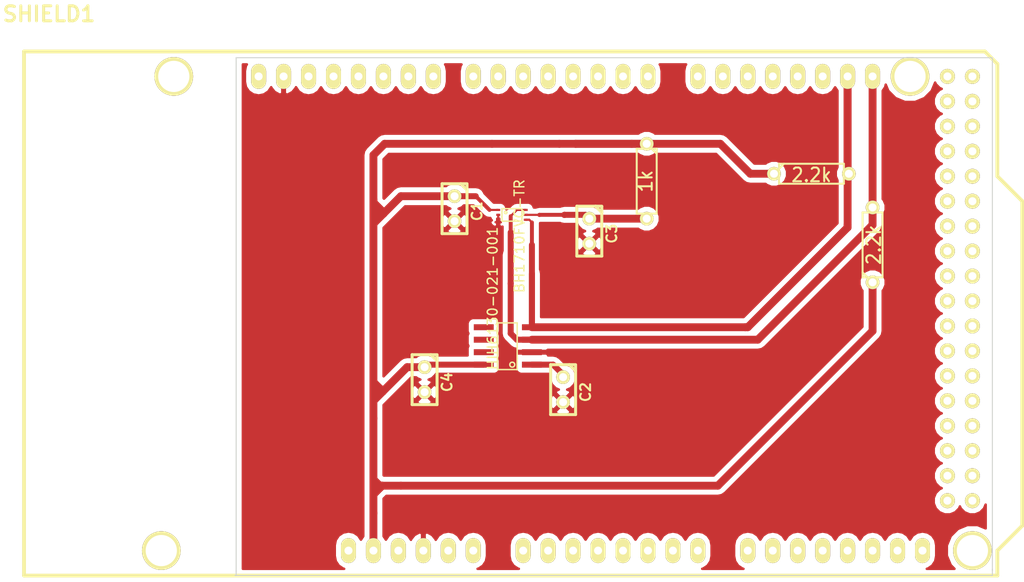
<source format=kicad_pcb>
(kicad_pcb (version 3) (host pcbnew "(2013-07-07 BZR 4022)-stable")

  (general
    (links 24)
    (no_connects 1)
    (area 85.726934 51.6486 198.706501 109.993)
    (thickness 1.6)
    (drawings 9)
    (tracks 96)
    (zones 0)
    (modules 10)
    (nets 7)
  )

  (page A4)
  (title_block 
    (title Shield)
  )

  (layers
    (15 F.Cu signal)
    (0 B.Cu signal)
    (16 B.Adhes user)
    (17 F.Adhes user)
    (18 B.Paste user)
    (19 F.Paste user)
    (20 B.SilkS user)
    (21 F.SilkS user)
    (22 B.Mask user)
    (23 F.Mask user)
    (24 Dwgs.User user)
    (25 Cmts.User user)
    (26 Eco1.User user)
    (27 Eco2.User user)
    (28 Edge.Cuts user)
  )

  (setup
    (last_trace_width 0.61)
    (user_trace_width 0.22)
    (user_trace_width 0.4)
    (user_trace_width 0.61)
    (user_trace_width 0.8)
    (user_trace_width 1)
    (trace_clearance 0.015)
    (zone_clearance 0.508)
    (zone_45_only yes)
    (trace_min 0.01)
    (segment_width 0.2)
    (edge_width 0.1)
    (via_size 0.889)
    (via_drill 0.635)
    (via_min_size 0.889)
    (via_min_drill 0.508)
    (uvia_size 0.508)
    (uvia_drill 0.127)
    (uvias_allowed no)
    (uvia_min_size 0.508)
    (uvia_min_drill 0.127)
    (pcb_text_width 0.3)
    (pcb_text_size 1.5 1.5)
    (mod_edge_width 0.15)
    (mod_text_size 1 1)
    (mod_text_width 0.15)
    (pad_size 1.5 1.5)
    (pad_drill 0.6)
    (pad_to_mask_clearance 0)
    (aux_axis_origin 0 0)
    (visible_elements 7FFFFFFF)
    (pcbplotparams
      (layerselection 3178497)
      (usegerberextensions true)
      (excludeedgelayer true)
      (linewidth 0.150000)
      (plotframeref false)
      (viasonmask false)
      (mode 1)
      (useauxorigin false)
      (hpglpennumber 1)
      (hpglpenspeed 20)
      (hpglpendiameter 15)
      (hpglpenoverlay 2)
      (psnegative false)
      (psa4output false)
      (plotreference true)
      (plotvalue true)
      (plotothertext true)
      (plotinvisibletext false)
      (padsonsilk false)
      (subtractmaskfromsilk false)
      (outputformat 1)
      (mirror false)
      (drillshape 1)
      (scaleselection 1)
      (outputdirectory ""))
  )

  (net 0 "")
  (net 1 /DVI)
  (net 2 /SCL)
  (net 3 /SDA)
  (net 4 /Vcc)
  (net 5 /Vcore)
  (net 6 GND)

  (net_class Default "This is the default net class."
    (clearance 0.015)
    (trace_width 0.08)
    (via_dia 0.889)
    (via_drill 0.635)
    (uvia_dia 0.508)
    (uvia_drill 0.127)
    (add_net "")
    (add_net /DVI)
    (add_net /SCL)
    (add_net /SDA)
    (add_net /Vcc)
    (add_net /Vcore)
  )

  (net_class Humedad ""
    (clearance 0.015)
    (trace_width 0.41)
    (via_dia 0.889)
    (via_drill 0.635)
    (uvia_dia 0.508)
    (uvia_drill 0.127)
  )

  (net_class Luz ""
    (clearance 0.015)
    (trace_width 0.22)
    (via_dia 0.889)
    (via_drill 0.635)
    (uvia_dia 0.508)
    (uvia_drill 0.127)
    (add_net GND)
  )

  (module C1 (layer F.Cu) (tedit 3F92C496) (tstamp 54DA3DFB)
    (at 140.716 72.39 270)
    (descr "Condensateur e = 1 pas")
    (tags C)
    (path /54DA39DC)
    (fp_text reference C1 (at 0.254 -2.286 270) (layer F.SilkS)
      (effects (font (size 1.016 1.016) (thickness 0.2032)))
    )
    (fp_text value 0.1uF (at 0 -2.286 270) (layer F.SilkS) hide
      (effects (font (size 1.016 1.016) (thickness 0.2032)))
    )
    (fp_line (start -2.4892 -1.27) (end 2.54 -1.27) (layer F.SilkS) (width 0.3048))
    (fp_line (start 2.54 -1.27) (end 2.54 1.27) (layer F.SilkS) (width 0.3048))
    (fp_line (start 2.54 1.27) (end -2.54 1.27) (layer F.SilkS) (width 0.3048))
    (fp_line (start -2.54 1.27) (end -2.54 -1.27) (layer F.SilkS) (width 0.3048))
    (fp_line (start -2.54 -0.635) (end -1.905 -1.27) (layer F.SilkS) (width 0.3048))
    (pad 1 thru_hole circle (at -1.27 0 270) (size 1.397 1.397) (drill 0.8128)
      (layers *.Cu *.Mask F.SilkS)
      (net 4 /Vcc)
    )
    (pad 2 thru_hole circle (at 1.27 0 270) (size 1.397 1.397) (drill 0.8128)
      (layers *.Cu *.Mask F.SilkS)
      (net 6 GND)
    )
    (model discret/capa_1_pas.wrl
      (at (xyz 0 0 0))
      (scale (xyz 1 1 1))
      (rotate (xyz 0 0 0))
    )
  )

  (module C1 (layer F.Cu) (tedit 3F92C496) (tstamp 54DA4174)
    (at 151.765 90.805 270)
    (descr "Condensateur e = 1 pas")
    (tags C)
    (path /54DA39EB)
    (fp_text reference C2 (at 0.254 -2.286 270) (layer F.SilkS)
      (effects (font (size 1.016 1.016) (thickness 0.2032)))
    )
    (fp_text value 0.1uF (at 0 -2.286 270) (layer F.SilkS) hide
      (effects (font (size 1.016 1.016) (thickness 0.2032)))
    )
    (fp_line (start -2.4892 -1.27) (end 2.54 -1.27) (layer F.SilkS) (width 0.3048))
    (fp_line (start 2.54 -1.27) (end 2.54 1.27) (layer F.SilkS) (width 0.3048))
    (fp_line (start 2.54 1.27) (end -2.54 1.27) (layer F.SilkS) (width 0.3048))
    (fp_line (start -2.54 1.27) (end -2.54 -1.27) (layer F.SilkS) (width 0.3048))
    (fp_line (start -2.54 -0.635) (end -1.905 -1.27) (layer F.SilkS) (width 0.3048))
    (pad 1 thru_hole circle (at -1.27 0 270) (size 1.397 1.397) (drill 0.8128)
      (layers *.Cu *.Mask F.SilkS)
      (net 5 /Vcore)
    )
    (pad 2 thru_hole circle (at 1.27 0 270) (size 1.397 1.397) (drill 0.8128)
      (layers *.Cu *.Mask F.SilkS)
      (net 6 GND)
    )
    (model discret/capa_1_pas.wrl
      (at (xyz 0 0 0))
      (scale (xyz 1 1 1))
      (rotate (xyz 0 0 0))
    )
  )

  (module C1 (layer F.Cu) (tedit 3F92C496) (tstamp 54DA3E11)
    (at 154.432 74.676 270)
    (descr "Condensateur e = 1 pas")
    (tags C)
    (path /54DA39FA)
    (fp_text reference C3 (at 0.254 -2.286 270) (layer F.SilkS)
      (effects (font (size 1.016 1.016) (thickness 0.2032)))
    )
    (fp_text value 1uF (at 0 -2.286 270) (layer F.SilkS) hide
      (effects (font (size 1.016 1.016) (thickness 0.2032)))
    )
    (fp_line (start -2.4892 -1.27) (end 2.54 -1.27) (layer F.SilkS) (width 0.3048))
    (fp_line (start 2.54 -1.27) (end 2.54 1.27) (layer F.SilkS) (width 0.3048))
    (fp_line (start 2.54 1.27) (end -2.54 1.27) (layer F.SilkS) (width 0.3048))
    (fp_line (start -2.54 1.27) (end -2.54 -1.27) (layer F.SilkS) (width 0.3048))
    (fp_line (start -2.54 -0.635) (end -1.905 -1.27) (layer F.SilkS) (width 0.3048))
    (pad 1 thru_hole circle (at -1.27 0 270) (size 1.397 1.397) (drill 0.8128)
      (layers *.Cu *.Mask F.SilkS)
      (net 1 /DVI)
    )
    (pad 2 thru_hole circle (at 1.27 0 270) (size 1.397 1.397) (drill 0.8128)
      (layers *.Cu *.Mask F.SilkS)
      (net 6 GND)
    )
    (model discret/capa_1_pas.wrl
      (at (xyz 0 0 0))
      (scale (xyz 1 1 1))
      (rotate (xyz 0 0 0))
    )
  )

  (module C1 (layer F.Cu) (tedit 3F92C496) (tstamp 54DA3E1C)
    (at 137.668 89.789 270)
    (descr "Condensateur e = 1 pas")
    (tags C)
    (path /54DA3A09)
    (fp_text reference C4 (at 0.254 -2.286 270) (layer F.SilkS)
      (effects (font (size 1.016 1.016) (thickness 0.2032)))
    )
    (fp_text value 0.22uF (at 0 -2.286 270) (layer F.SilkS) hide
      (effects (font (size 1.016 1.016) (thickness 0.2032)))
    )
    (fp_line (start -2.4892 -1.27) (end 2.54 -1.27) (layer F.SilkS) (width 0.3048))
    (fp_line (start 2.54 -1.27) (end 2.54 1.27) (layer F.SilkS) (width 0.3048))
    (fp_line (start 2.54 1.27) (end -2.54 1.27) (layer F.SilkS) (width 0.3048))
    (fp_line (start -2.54 1.27) (end -2.54 -1.27) (layer F.SilkS) (width 0.3048))
    (fp_line (start -2.54 -0.635) (end -1.905 -1.27) (layer F.SilkS) (width 0.3048))
    (pad 1 thru_hole circle (at -1.27 0 270) (size 1.397 1.397) (drill 0.8128)
      (layers *.Cu *.Mask F.SilkS)
      (net 4 /Vcc)
    )
    (pad 2 thru_hole circle (at 1.27 0 270) (size 1.397 1.397) (drill 0.8128)
      (layers *.Cu *.Mask F.SilkS)
      (net 6 GND)
    )
    (model discret/capa_1_pas.wrl
      (at (xyz 0 0 0))
      (scale (xyz 1 1 1))
      (rotate (xyz 0 0 0))
    )
  )

  (module SensorLuz (layer F.Cu) (tedit 54D8DD71) (tstamp 54DA3E2B)
    (at 145.161 72.517 270)
    (path /54DA3918)
    (fp_text reference J1 (at 0.508 -1.778 270) (layer F.SilkS) hide
      (effects (font (size 0.5 0.5) (thickness 0.125)))
    )
    (fp_text value BH1710FVC-TR (at 2.667 -2.159 270) (layer F.SilkS)
      (effects (font (size 1 1) (thickness 0.15)))
    )
    (fp_circle (center 0.254 -0.762) (end 0.381 -0.762) (layer F.SilkS) (width 0.15))
    (fp_line (start 1.143 -0.381) (end -0.127 -0.381) (layer F.SilkS) (width 0.15))
    (fp_line (start -0.127 -0.381) (end -0.127 -2.413) (layer F.SilkS) (width 0.15))
    (fp_line (start -0.127 -2.413) (end 1.143 -2.413) (layer F.SilkS) (width 0.15))
    (fp_line (start 1.143 -2.413) (end 1.143 -0.381) (layer F.SilkS) (width 0.15))
    (pad 1 smd rect (at 0 0 270) (size 0.22 0.4)
      (layers F.Cu F.Paste F.Mask)
      (net 4 /Vcc)
      (clearance 0.1)
    )
    (pad 2 smd rect (at 0.5 0 270) (size 0.22 0.4)
      (layers F.Cu F.Paste F.Mask)
      (net 6 GND)
      (clearance 0.1)
    )
    (pad 3 smd rect (at 1 0 270) (size 0.22 0.4)
      (layers F.Cu F.Paste F.Mask)
      (net 6 GND)
      (clearance 0.1)
    )
    (pad 4 smd rect (at 1 -2.8 270) (size 0.22 0.4)
      (layers F.Cu F.Paste F.Mask)
      (net 3 /SDA)
      (clearance 0.1)
    )
    (pad 5 smd rect (at 0.5 -2.8 270) (size 0.22 0.4)
      (layers F.Cu F.Paste F.Mask)
      (net 1 /DVI)
      (clearance 0.1)
    )
    (pad 6 smd rect (at 0 -2.8 270) (size 0.22 0.4)
      (layers F.Cu F.Paste F.Mask)
      (net 2 /SCL)
      (clearance 0.1)
    )
  )

  (module Humedad (layer F.Cu) (tedit 54D90268) (tstamp 54DA3E3C)
    (at 148.59 88.265 90)
    (path /54DA3927)
    (fp_text reference J2 (at 1.75 -3 90) (layer F.SilkS) hide
      (effects (font (size 0.5 0.5) (thickness 0.125)))
    )
    (fp_text value HIH6130-021-001 (at 6.75 -4 90) (layer F.SilkS)
      (effects (font (size 1 1) (thickness 0.15)))
    )
    (fp_circle (center 0 -2) (end 0.25 -2) (layer F.SilkS) (width 0.15))
    (fp_line (start 4.25 -1.5) (end -0.5 -1.5) (layer F.SilkS) (width 0.15))
    (fp_line (start -0.5 -1.5) (end -0.5 -3.5) (layer F.SilkS) (width 0.15))
    (fp_line (start -0.5 -3.5) (end 4.25 -3.5) (layer F.SilkS) (width 0.15))
    (fp_line (start 4.25 -3.5) (end 4.25 -1.5) (layer F.SilkS) (width 0.15))
    (pad 1 smd rect (at 0 0 90) (size 0.61 2.03)
      (layers F.Cu F.Paste F.Mask)
      (net 5 /Vcore)
    )
    (pad 2 smd rect (at 1.27 0 90) (size 0.61 2.03)
      (layers F.Cu F.Paste F.Mask)
      (net 6 GND)
    )
    (pad 3 smd rect (at 2.54 0 90) (size 0.61 2.03)
      (layers F.Cu F.Paste F.Mask)
      (net 2 /SCL)
    )
    (pad 4 smd rect (at 3.81 0 90) (size 0.61 2.03)
      (layers F.Cu F.Paste F.Mask)
      (net 3 /SDA)
    )
    (pad 5 smd rect (at 3.81 -4.9 90) (size 0.61 2.03)
      (layers F.Cu F.Paste F.Mask)
    )
    (pad 6 smd rect (at 2.54 -4.9 90) (size 0.61 2.03)
      (layers F.Cu F.Paste F.Mask)
    )
    (pad 7 smd rect (at 1.27 -4.9 90) (size 0.61 2.03)
      (layers F.Cu F.Paste F.Mask)
    )
    (pad 8 smd rect (at 0 -4.9 90) (size 0.61 2.03)
      (layers F.Cu F.Paste F.Mask)
      (net 4 /Vcc)
    )
  )

  (module "ARDUINO MEGA SHIELD" (layer F.Cu) (tedit 4D154886) (tstamp 54DA3E9F)
    (at 96.901 109.728)
    (path /54DA3902)
    (fp_text reference SHIELD1 (at 2.54 -57.15) (layer F.SilkS)
      (effects (font (size 1.524 1.524) (thickness 0.3048)))
    )
    (fp_text value ARDUINO_MEGA_SHIELD (at 5.08 -54.61) (layer F.SilkS) hide
      (effects (font (size 1.524 1.524) (thickness 0.3048)))
    )
    (fp_line (start 99.06 0) (end 0 0) (layer F.SilkS) (width 0.381))
    (fp_line (start 97.79 -53.34) (end 0 -53.34) (layer F.SilkS) (width 0.381))
    (fp_line (start 99.06 -40.64) (end 99.06 -52.07) (layer F.SilkS) (width 0.381))
    (fp_line (start 99.06 -52.07) (end 97.79 -53.34) (layer F.SilkS) (width 0.381))
    (fp_line (start 0 0) (end 0 -53.34) (layer F.SilkS) (width 0.381))
    (fp_line (start 99.06 -40.64) (end 101.6 -38.1) (layer F.SilkS) (width 0.381))
    (fp_line (start 101.6 -38.1) (end 101.6 -5.08) (layer F.SilkS) (width 0.381))
    (fp_line (start 101.6 -5.08) (end 99.06 -2.54) (layer F.SilkS) (width 0.381))
    (fp_line (start 99.06 -2.54) (end 99.06 0) (layer F.SilkS) (width 0.381))
    (pad 14 thru_hole oval (at 68.58 -50.8 90) (size 2.54 1.524) (drill 0.8128)
      (layers *.Cu *.Mask F.SilkS)
    )
    (pad 15 thru_hole oval (at 71.12 -50.8 90) (size 2.54 1.524) (drill 0.8128)
      (layers *.Cu *.Mask F.SilkS)
    )
    (pad 16 thru_hole oval (at 73.66 -50.8 90) (size 2.54 1.524) (drill 0.8128)
      (layers *.Cu *.Mask F.SilkS)
    )
    (pad 17 thru_hole oval (at 76.2 -50.8 90) (size 2.54 1.524) (drill 0.8128)
      (layers *.Cu *.Mask F.SilkS)
    )
    (pad 18 thru_hole oval (at 78.74 -50.8 90) (size 2.54 1.524) (drill 0.8128)
      (layers *.Cu *.Mask F.SilkS)
    )
    (pad 19 thru_hole oval (at 81.28 -50.8 90) (size 2.54 1.524) (drill 0.8128)
      (layers *.Cu *.Mask F.SilkS)
    )
    (pad 20 thru_hole oval (at 83.82 -50.8 90) (size 2.54 1.524) (drill 0.8128)
      (layers *.Cu *.Mask F.SilkS)
      (net 3 /SDA)
    )
    (pad 21 thru_hole oval (at 86.36 -50.8 90) (size 2.54 1.524) (drill 0.8128)
      (layers *.Cu *.Mask F.SilkS)
      (net 2 /SCL)
    )
    (pad AD15 thru_hole oval (at 91.44 -2.54 90) (size 2.54 1.524) (drill 0.8128)
      (layers *.Cu *.Mask F.SilkS)
    )
    (pad AD14 thru_hole oval (at 88.9 -2.54 90) (size 2.54 1.524) (drill 0.8128)
      (layers *.Cu *.Mask F.SilkS)
    )
    (pad AD13 thru_hole oval (at 86.36 -2.54 90) (size 2.54 1.524) (drill 0.8128)
      (layers *.Cu *.Mask F.SilkS)
    )
    (pad AD12 thru_hole oval (at 83.82 -2.54 90) (size 2.54 1.524) (drill 0.8128)
      (layers *.Cu *.Mask F.SilkS)
    )
    (pad AD8 thru_hole oval (at 73.66 -2.54 90) (size 2.54 1.524) (drill 0.8128)
      (layers *.Cu *.Mask F.SilkS)
    )
    (pad AD7 thru_hole oval (at 68.58 -2.54 90) (size 2.54 1.524) (drill 0.8128)
      (layers *.Cu *.Mask F.SilkS)
    )
    (pad AD6 thru_hole oval (at 66.04 -2.54 90) (size 2.54 1.524) (drill 0.8128)
      (layers *.Cu *.Mask F.SilkS)
    )
    (pad AD9 thru_hole oval (at 76.2 -2.54 90) (size 2.54 1.524) (drill 0.8128)
      (layers *.Cu *.Mask F.SilkS)
    )
    (pad AD10 thru_hole oval (at 78.74 -2.54 90) (size 2.54 1.524) (drill 0.8128)
      (layers *.Cu *.Mask F.SilkS)
    )
    (pad AD11 thru_hole oval (at 81.28 -2.54 90) (size 2.54 1.524) (drill 0.8128)
      (layers *.Cu *.Mask F.SilkS)
    )
    (pad AD5 thru_hole oval (at 63.5 -2.54 90) (size 2.54 1.524) (drill 0.8128)
      (layers *.Cu *.Mask F.SilkS)
    )
    (pad AD4 thru_hole oval (at 60.96 -2.54 90) (size 2.54 1.524) (drill 0.8128)
      (layers *.Cu *.Mask F.SilkS)
    )
    (pad AD3 thru_hole oval (at 58.42 -2.54 90) (size 2.54 1.524) (drill 0.8128)
      (layers *.Cu *.Mask F.SilkS)
    )
    (pad AD0 thru_hole oval (at 50.8 -2.54 90) (size 2.54 1.524) (drill 0.8128)
      (layers *.Cu *.Mask F.SilkS)
    )
    (pad AD1 thru_hole oval (at 53.34 -2.54 90) (size 2.54 1.524) (drill 0.8128)
      (layers *.Cu *.Mask F.SilkS)
    )
    (pad AD2 thru_hole oval (at 55.88 -2.54 90) (size 2.54 1.524) (drill 0.8128)
      (layers *.Cu *.Mask F.SilkS)
    )
    (pad V_IN thru_hole oval (at 45.72 -2.54 90) (size 2.54 1.524) (drill 0.8128)
      (layers *.Cu *.Mask F.SilkS)
    )
    (pad GND2 thru_hole oval (at 43.18 -2.54 90) (size 2.54 1.524) (drill 0.8128)
      (layers *.Cu *.Mask F.SilkS)
    )
    (pad GND1 thru_hole oval (at 40.64 -2.54 90) (size 2.54 1.524) (drill 0.8128)
      (layers *.Cu *.Mask F.SilkS)
      (net 6 GND)
    )
    (pad 3V3 thru_hole oval (at 35.56 -2.54 90) (size 2.54 1.524) (drill 0.8128)
      (layers *.Cu *.Mask F.SilkS)
      (net 4 /Vcc)
    )
    (pad RST thru_hole oval (at 33.02 -2.54 90) (size 2.54 1.524) (drill 0.8128)
      (layers *.Cu *.Mask F.SilkS)
    )
    (pad 0 thru_hole oval (at 63.5 -50.8 90) (size 2.54 1.524) (drill 0.8128)
      (layers *.Cu *.Mask F.SilkS)
    )
    (pad 1 thru_hole oval (at 60.96 -50.8 90) (size 2.54 1.524) (drill 0.8128)
      (layers *.Cu *.Mask F.SilkS)
    )
    (pad 2 thru_hole oval (at 58.42 -50.8 90) (size 2.54 1.524) (drill 0.8128)
      (layers *.Cu *.Mask F.SilkS)
    )
    (pad 3 thru_hole oval (at 55.88 -50.8 90) (size 2.54 1.524) (drill 0.8128)
      (layers *.Cu *.Mask F.SilkS)
    )
    (pad 4 thru_hole oval (at 53.34 -50.8 90) (size 2.54 1.524) (drill 0.8128)
      (layers *.Cu *.Mask F.SilkS)
    )
    (pad 5 thru_hole oval (at 50.8 -50.8 90) (size 2.54 1.524) (drill 0.8128)
      (layers *.Cu *.Mask F.SilkS)
    )
    (pad 6 thru_hole oval (at 48.26 -50.8 90) (size 2.54 1.524) (drill 0.8128)
      (layers *.Cu *.Mask F.SilkS)
    )
    (pad 7 thru_hole oval (at 45.72 -50.8 90) (size 2.54 1.524) (drill 0.8128)
      (layers *.Cu *.Mask F.SilkS)
    )
    (pad 8 thru_hole oval (at 41.656 -50.8 90) (size 2.54 1.524) (drill 0.8128)
      (layers *.Cu *.Mask F.SilkS)
    )
    (pad 9 thru_hole oval (at 39.116 -50.8 90) (size 2.54 1.524) (drill 0.8128)
      (layers *.Cu *.Mask F.SilkS)
    )
    (pad 10 thru_hole oval (at 36.576 -50.8 90) (size 2.54 1.524) (drill 0.8128)
      (layers *.Cu *.Mask F.SilkS)
    )
    (pad 11 thru_hole oval (at 34.036 -50.8 90) (size 2.54 1.524) (drill 0.8128)
      (layers *.Cu *.Mask F.SilkS)
    )
    (pad 12 thru_hole oval (at 31.496 -50.8 90) (size 2.54 1.524) (drill 0.8128)
      (layers *.Cu *.Mask F.SilkS)
    )
    (pad 13 thru_hole oval (at 28.956 -50.8 90) (size 2.54 1.524) (drill 0.8128)
      (layers *.Cu *.Mask F.SilkS)
    )
    (pad GND3 thru_hole oval (at 26.416 -50.8 90) (size 2.54 1.524) (drill 0.8128)
      (layers *.Cu *.Mask F.SilkS)
      (net 6 GND)
    )
    (pad AREF thru_hole oval (at 23.876 -50.8 90) (size 2.54 1.524) (drill 0.8128)
      (layers *.Cu *.Mask F.SilkS)
    )
    (pad 5V thru_hole oval (at 38.1 -2.54 90) (size 2.54 1.524) (drill 0.8128)
      (layers *.Cu *.Mask F.SilkS)
    )
    (pad "" thru_hole circle (at 96.52 -2.54 90) (size 3.937 3.937) (drill 3.175)
      (layers *.Cu *.Mask F.SilkS)
    )
    (pad "" thru_hole circle (at 90.17 -50.8 90) (size 3.937 3.937) (drill 3.175)
      (layers *.Cu *.Mask F.SilkS)
    )
    (pad "" thru_hole circle (at 15.24 -50.8 90) (size 3.937 3.937) (drill 3.175)
      (layers *.Cu *.Mask F.SilkS)
    )
    (pad "" thru_hole circle (at 13.97 -2.54 90) (size 3.937 3.937) (drill 3.175)
      (layers *.Cu *.Mask F.SilkS)
    )
    (pad 22 thru_hole circle (at 93.98 -48.26) (size 1.524 1.524) (drill 0.8128)
      (layers *.Cu *.Mask F.SilkS)
    )
    (pad 23 thru_hole circle (at 96.52 -48.26) (size 1.524 1.524) (drill 0.8128)
      (layers *.Cu *.Mask F.SilkS)
    )
    (pad 24 thru_hole circle (at 93.98 -45.72) (size 1.524 1.524) (drill 0.8128)
      (layers *.Cu *.Mask F.SilkS)
    )
    (pad 25 thru_hole circle (at 96.52 -45.72) (size 1.524 1.524) (drill 0.8128)
      (layers *.Cu *.Mask F.SilkS)
    )
    (pad 26 thru_hole circle (at 93.98 -43.18) (size 1.524 1.524) (drill 0.8128)
      (layers *.Cu *.Mask F.SilkS)
    )
    (pad 27 thru_hole circle (at 96.52 -43.18) (size 1.524 1.524) (drill 0.8128)
      (layers *.Cu *.Mask F.SilkS)
    )
    (pad 28 thru_hole circle (at 93.98 -40.64) (size 1.524 1.524) (drill 0.8128)
      (layers *.Cu *.Mask F.SilkS)
    )
    (pad 29 thru_hole circle (at 96.52 -40.64) (size 1.524 1.524) (drill 0.8128)
      (layers *.Cu *.Mask F.SilkS)
    )
    (pad 5V_4 thru_hole circle (at 93.98 -50.8) (size 1.524 1.524) (drill 0.8128)
      (layers *.Cu *.Mask F.SilkS)
    )
    (pad 5V_5 thru_hole circle (at 96.52 -50.8) (size 1.524 1.524) (drill 0.8128)
      (layers *.Cu *.Mask F.SilkS)
    )
    (pad 31 thru_hole circle (at 96.52 -38.1) (size 1.524 1.524) (drill 0.8128)
      (layers *.Cu *.Mask F.SilkS)
    )
    (pad 30 thru_hole circle (at 93.98 -38.1) (size 1.524 1.524) (drill 0.8128)
      (layers *.Cu *.Mask F.SilkS)
    )
    (pad 32 thru_hole circle (at 93.98 -35.56) (size 1.524 1.524) (drill 0.8128)
      (layers *.Cu *.Mask F.SilkS)
    )
    (pad 33 thru_hole circle (at 96.52 -35.56) (size 1.524 1.524) (drill 0.8128)
      (layers *.Cu *.Mask F.SilkS)
    )
    (pad 34 thru_hole circle (at 93.98 -33.02) (size 1.524 1.524) (drill 0.8128)
      (layers *.Cu *.Mask F.SilkS)
    )
    (pad 35 thru_hole circle (at 96.52 -33.02) (size 1.524 1.524) (drill 0.8128)
      (layers *.Cu *.Mask F.SilkS)
    )
    (pad 36 thru_hole circle (at 93.98 -30.48) (size 1.524 1.524) (drill 0.8128)
      (layers *.Cu *.Mask F.SilkS)
    )
    (pad 37 thru_hole circle (at 96.52 -30.48) (size 1.524 1.524) (drill 0.8128)
      (layers *.Cu *.Mask F.SilkS)
    )
    (pad 38 thru_hole circle (at 93.98 -27.94) (size 1.524 1.524) (drill 0.8128)
      (layers *.Cu *.Mask F.SilkS)
    )
    (pad 39 thru_hole circle (at 96.52 -27.94) (size 1.524 1.524) (drill 0.8128)
      (layers *.Cu *.Mask F.SilkS)
    )
    (pad 40 thru_hole circle (at 93.98 -25.4) (size 1.524 1.524) (drill 0.8128)
      (layers *.Cu *.Mask F.SilkS)
    )
    (pad 41 thru_hole circle (at 96.52 -25.4) (size 1.524 1.524) (drill 0.8128)
      (layers *.Cu *.Mask F.SilkS)
    )
    (pad 42 thru_hole circle (at 93.98 -22.86) (size 1.524 1.524) (drill 0.8128)
      (layers *.Cu *.Mask F.SilkS)
    )
    (pad 43 thru_hole circle (at 96.52 -22.86) (size 1.524 1.524) (drill 0.8128)
      (layers *.Cu *.Mask F.SilkS)
    )
    (pad 44 thru_hole circle (at 93.98 -20.32) (size 1.524 1.524) (drill 0.8128)
      (layers *.Cu *.Mask F.SilkS)
    )
    (pad 45 thru_hole circle (at 96.52 -20.32) (size 1.524 1.524) (drill 0.8128)
      (layers *.Cu *.Mask F.SilkS)
    )
    (pad 46 thru_hole circle (at 93.98 -17.78) (size 1.524 1.524) (drill 0.8128)
      (layers *.Cu *.Mask F.SilkS)
    )
    (pad 47 thru_hole circle (at 96.52 -17.78) (size 1.524 1.524) (drill 0.8128)
      (layers *.Cu *.Mask F.SilkS)
    )
    (pad 48 thru_hole circle (at 93.98 -15.24) (size 1.524 1.524) (drill 0.8128)
      (layers *.Cu *.Mask F.SilkS)
    )
    (pad 49 thru_hole circle (at 96.52 -15.24) (size 1.524 1.524) (drill 0.8128)
      (layers *.Cu *.Mask F.SilkS)
    )
    (pad 50 thru_hole circle (at 93.98 -12.7) (size 1.524 1.524) (drill 0.8128)
      (layers *.Cu *.Mask F.SilkS)
    )
    (pad 51 thru_hole circle (at 96.52 -12.7) (size 1.524 1.524) (drill 0.8128)
      (layers *.Cu *.Mask F.SilkS)
    )
    (pad 52 thru_hole circle (at 93.98 -10.16) (size 1.524 1.524) (drill 0.8128)
      (layers *.Cu *.Mask F.SilkS)
    )
    (pad 53 thru_hole circle (at 96.52 -10.16) (size 1.524 1.524) (drill 0.8128)
      (layers *.Cu *.Mask F.SilkS)
    )
    (pad GND4 thru_hole circle (at 93.98 -7.62) (size 1.524 1.524) (drill 0.8128)
      (layers *.Cu *.Mask F.SilkS)
    )
    (pad GND5 thru_hole circle (at 96.52 -7.62) (size 1.524 1.524) (drill 0.8128)
      (layers *.Cu *.Mask F.SilkS)
    )
  )

  (module R3 (layer F.Cu) (tedit 4E4C0E65) (tstamp 54DA3DE0)
    (at 177.038 68.834)
    (descr "Resitance 3 pas")
    (tags R)
    (path /54DA39AF)
    (autoplace_cost180 10)
    (fp_text reference R2 (at 0 0.127) (layer F.SilkS) hide
      (effects (font (size 1.397 1.27) (thickness 0.2032)))
    )
    (fp_text value 2.2k (at 0 0.127) (layer F.SilkS)
      (effects (font (size 1.397 1.27) (thickness 0.2032)))
    )
    (fp_line (start -3.81 0) (end -3.302 0) (layer F.SilkS) (width 0.2032))
    (fp_line (start 3.81 0) (end 3.302 0) (layer F.SilkS) (width 0.2032))
    (fp_line (start 3.302 0) (end 3.302 -1.016) (layer F.SilkS) (width 0.2032))
    (fp_line (start 3.302 -1.016) (end -3.302 -1.016) (layer F.SilkS) (width 0.2032))
    (fp_line (start -3.302 -1.016) (end -3.302 1.016) (layer F.SilkS) (width 0.2032))
    (fp_line (start -3.302 1.016) (end 3.302 1.016) (layer F.SilkS) (width 0.2032))
    (fp_line (start 3.302 1.016) (end 3.302 0) (layer F.SilkS) (width 0.2032))
    (fp_line (start -3.302 -0.508) (end -2.794 -1.016) (layer F.SilkS) (width 0.2032))
    (pad 1 thru_hole circle (at -3.81 0) (size 1.397 1.397) (drill 0.8128)
      (layers *.Cu *.Mask F.SilkS)
      (net 4 /Vcc)
    )
    (pad 2 thru_hole circle (at 3.81 0) (size 1.397 1.397) (drill 0.8128)
      (layers *.Cu *.Mask F.SilkS)
      (net 3 /SDA)
    )
    (model discret/resistor.wrl
      (at (xyz 0 0 0))
      (scale (xyz 0.3 0.3 0.3))
      (rotate (xyz 0 0 0))
    )
  )

  (module R3 (layer F.Cu) (tedit 4E4C0E65) (tstamp 54DA3DE8)
    (at 183.261 76.073 90)
    (descr "Resitance 3 pas")
    (tags R)
    (path /54DA39BE)
    (autoplace_cost180 10)
    (fp_text reference R3 (at 0 0.127 90) (layer F.SilkS) hide
      (effects (font (size 1.397 1.27) (thickness 0.2032)))
    )
    (fp_text value 2.2k (at 0 0.127 90) (layer F.SilkS)
      (effects (font (size 1.397 1.27) (thickness 0.2032)))
    )
    (fp_line (start -3.81 0) (end -3.302 0) (layer F.SilkS) (width 0.2032))
    (fp_line (start 3.81 0) (end 3.302 0) (layer F.SilkS) (width 0.2032))
    (fp_line (start 3.302 0) (end 3.302 -1.016) (layer F.SilkS) (width 0.2032))
    (fp_line (start 3.302 -1.016) (end -3.302 -1.016) (layer F.SilkS) (width 0.2032))
    (fp_line (start -3.302 -1.016) (end -3.302 1.016) (layer F.SilkS) (width 0.2032))
    (fp_line (start -3.302 1.016) (end 3.302 1.016) (layer F.SilkS) (width 0.2032))
    (fp_line (start 3.302 1.016) (end 3.302 0) (layer F.SilkS) (width 0.2032))
    (fp_line (start -3.302 -0.508) (end -2.794 -1.016) (layer F.SilkS) (width 0.2032))
    (pad 1 thru_hole circle (at -3.81 0 90) (size 1.397 1.397) (drill 0.8128)
      (layers *.Cu *.Mask F.SilkS)
      (net 4 /Vcc)
    )
    (pad 2 thru_hole circle (at 3.81 0 90) (size 1.397 1.397) (drill 0.8128)
      (layers *.Cu *.Mask F.SilkS)
      (net 2 /SCL)
    )
    (model discret/resistor.wrl
      (at (xyz 0 0 0))
      (scale (xyz 0.3 0.3 0.3))
      (rotate (xyz 0 0 0))
    )
  )

  (module R3 (layer F.Cu) (tedit 4E4C0E65) (tstamp 54DA3DF0)
    (at 160.274 69.596 270)
    (descr "Resitance 3 pas")
    (tags R)
    (path /54DA39CD)
    (autoplace_cost180 10)
    (fp_text reference R1 (at 0 0.127 270) (layer F.SilkS) hide
      (effects (font (size 1.397 1.27) (thickness 0.2032)))
    )
    (fp_text value 1k (at 0 0.127 270) (layer F.SilkS)
      (effects (font (size 1.397 1.27) (thickness 0.2032)))
    )
    (fp_line (start -3.81 0) (end -3.302 0) (layer F.SilkS) (width 0.2032))
    (fp_line (start 3.81 0) (end 3.302 0) (layer F.SilkS) (width 0.2032))
    (fp_line (start 3.302 0) (end 3.302 -1.016) (layer F.SilkS) (width 0.2032))
    (fp_line (start 3.302 -1.016) (end -3.302 -1.016) (layer F.SilkS) (width 0.2032))
    (fp_line (start -3.302 -1.016) (end -3.302 1.016) (layer F.SilkS) (width 0.2032))
    (fp_line (start -3.302 1.016) (end 3.302 1.016) (layer F.SilkS) (width 0.2032))
    (fp_line (start 3.302 1.016) (end 3.302 0) (layer F.SilkS) (width 0.2032))
    (fp_line (start -3.302 -0.508) (end -2.794 -1.016) (layer F.SilkS) (width 0.2032))
    (pad 1 thru_hole circle (at -3.81 0 270) (size 1.397 1.397) (drill 0.8128)
      (layers *.Cu *.Mask F.SilkS)
      (net 4 /Vcc)
    )
    (pad 2 thru_hole circle (at 3.81 0 270) (size 1.397 1.397) (drill 0.8128)
      (layers *.Cu *.Mask F.SilkS)
      (net 1 /DVI)
    )
    (model discret/resistor.wrl
      (at (xyz 0 0 0))
      (scale (xyz 0.3 0.3 0.3))
      (rotate (xyz 0 0 0))
    )
  )

  (gr_line (start 118.491 109.728) (end 118.364 109.728) (angle 90) (layer Edge.Cuts) (width 0.1))
  (gr_line (start 118.491 109.347) (end 118.491 109.728) (angle 90) (layer Edge.Cuts) (width 0.1))
  (gr_line (start 195.453 109.728) (end 195.326 109.728) (angle 90) (layer Edge.Cuts) (width 0.1))
  (gr_line (start 195.453 109.093) (end 195.453 109.728) (angle 90) (layer Edge.Cuts) (width 0.1))
  (gr_line (start 118.491 109.22) (end 118.491 57.023) (angle 90) (layer Edge.Cuts) (width 0.1))
  (gr_line (start 118.491 109.22) (end 118.491 109.347) (angle 90) (layer Edge.Cuts) (width 0.1))
  (gr_line (start 195.326 109.728) (end 118.364 109.728) (angle 90) (layer Edge.Cuts) (width 0.1))
  (gr_line (start 195.453 57.023) (end 195.453 109.22) (angle 90) (layer Edge.Cuts) (width 0.1))
  (gr_line (start 118.491 57.023) (end 195.453 57.023) (angle 90) (layer Edge.Cuts) (width 0.1))

  (segment (start 151.9 73.017) (end 149.36 73.017) (width 0.4) (layer F.Cu) (net 1))
  (segment (start 149.352 73.025) (end 149.352 73.017) (width 0.4) (layer F.Cu) (net 1) (tstamp 54ECF08D))
  (segment (start 149.36 73.017) (end 149.352 73.025) (width 0.4) (layer F.Cu) (net 1) (tstamp 54ECF08B))
  (segment (start 154.432 73.406) (end 154.043 73.017) (width 0.61) (layer F.Cu) (net 1))
  (segment (start 154.043 73.017) (end 151.9 73.017) (width 0.61) (layer F.Cu) (net 1) (tstamp 54ECF082))
  (segment (start 151.892 73.025) (end 151.892 73.017) (width 0.61) (layer F.Cu) (net 1) (tstamp 54ECF085))
  (segment (start 151.9 73.017) (end 151.892 73.025) (width 0.61) (layer F.Cu) (net 1) (tstamp 54ECF083))
  (segment (start 154.432 73.406) (end 160.274 73.406) (width 0.8) (layer F.Cu) (net 1))
  (segment (start 147.961 73.017) (end 149.352 73.017) (width 0.22) (layer F.Cu) (net 1))
  (segment (start 149.352 73.017) (end 151.892 73.017) (width 0.22) (layer F.Cu) (net 1) (tstamp 54ECF08E))
  (segment (start 151.892 73.017) (end 154.043 73.017) (width 0.22) (layer F.Cu) (net 1) (tstamp 54ECF086))
  (segment (start 146.431 80.01) (end 146.431 74.803) (width 0.61) (layer F.Cu) (net 2))
  (segment (start 146.431 74.803) (end 146.431 73.152) (width 0.4) (layer F.Cu) (net 2) (tstamp 54ECF0A4))
  (segment (start 148.59 85.725) (end 147.066 85.725) (width 0.61) (layer F.Cu) (net 2))
  (segment (start 146.431 85.09) (end 146.431 80.01) (width 0.61) (layer F.Cu) (net 2) (tstamp 54ECF06E))
  (segment (start 147.066 85.725) (end 146.431 85.09) (width 0.61) (layer F.Cu) (net 2) (tstamp 54ECF06D))
  (segment (start 183.261 72.263) (end 183.261 74.041) (width 0.8) (layer F.Cu) (net 2))
  (segment (start 183.261 74.041) (end 183.134 74.168) (width 0.8) (layer F.Cu) (net 2) (tstamp 54ECEF3E))
  (segment (start 171.577 85.725) (end 148.59 85.725) (width 0.8) (layer F.Cu) (net 2) (tstamp 54EC8E13))
  (segment (start 183.134 74.168) (end 171.577 85.725) (width 0.8) (layer F.Cu) (net 2) (tstamp 54EC8E0B))
  (segment (start 183.261 58.928) (end 183.261 72.263) (width 0.8) (layer F.Cu) (net 2))
  (segment (start 146.431 73.152) (end 147.066 72.517) (width 0.22) (layer F.Cu) (net 2) (tstamp 54EC8E99))
  (segment (start 147.066 72.517) (end 147.961 72.517) (width 0.22) (layer F.Cu) (net 2) (tstamp 54EC8E9E))
  (segment (start 183.515 72.39) (end 183.388 72.263) (width 0.8) (layer F.Cu) (net 2) (tstamp 54EC8DE5) (status 30))
  (segment (start 183.515 72.39) (end 183.388 72.263) (width 0.08) (layer F.Cu) (net 2) (tstamp 54EC8DDE) (status 30))
  (segment (start 183.218015 72.432985) (end 183.261 72.39) (width 0.8) (layer F.Cu) (net 2) (tstamp 54E8C0A9) (status 30))
  (segment (start 183.218015 72.432985) (end 183.261 72.39) (width 0.08) (layer F.Cu) (net 2) (tstamp 54E8C0A2) (status 30))
  (segment (start 148.59 84.455) (end 148.59 76.073) (width 0.61) (layer F.Cu) (net 3) (status 400000))
  (segment (start 148.59 84.455) (end 148.59 78.994) (width 0.61) (layer F.Cu) (net 3))
  (segment (start 148.59 73.787) (end 148.59 76.073) (width 0.4) (layer F.Cu) (net 3))
  (segment (start 148.32 73.517) (end 148.59 73.787) (width 0.22) (layer F.Cu) (net 3) (tstamp 54EC8EC0))
  (segment (start 147.961 73.517) (end 148.32 73.517) (width 0.22) (layer F.Cu) (net 3))
  (segment (start 148.59 76.073) (end 148.59 78.994) (width 0.4) (layer F.Cu) (net 3) (tstamp 54ECF09E))
  (segment (start 180.721 58.928) (end 180.721 68.707) (width 0.8) (layer F.Cu) (net 3))
  (segment (start 180.721 68.707) (end 180.848 68.834) (width 0.8) (layer F.Cu) (net 3) (tstamp 54ECEF72))
  (segment (start 180.721 74.041) (end 180.721 74.295) (width 0.8) (layer F.Cu) (net 3))
  (segment (start 148.59 84.455) (end 170.307 84.455) (width 0.8) (layer F.Cu) (net 3) (tstamp 54ECEF3C))
  (segment (start 170.561 84.455) (end 170.307 84.455) (width 0.8) (layer F.Cu) (net 3) (tstamp 54EC8E1E))
  (segment (start 180.721 74.041) (end 180.721 58.928) (width 0.8) (layer F.Cu) (net 3))
  (segment (start 180.721 74.295) (end 170.561 84.455) (width 0.8) (layer F.Cu) (net 3) (tstamp 54ECEF42))
  (segment (start 148.59 78.994) (end 148.59 84.455) (width 0.22) (layer F.Cu) (net 3) (tstamp 54ECF07B))
  (segment (start 142.875 71.12) (end 144.272 72.517) (width 0.4) (layer F.Cu) (net 4))
  (segment (start 160.274 65.786) (end 158.75 65.786) (width 0.8) (layer F.Cu) (net 4))
  (segment (start 153.035 65.786) (end 158.75 65.786) (width 0.8) (layer F.Cu) (net 4) (status 20))
  (segment (start 132.461 72.771) (end 133.477 72.771) (width 0.8) (layer F.Cu) (net 4))
  (segment (start 133.477 72.771) (end 133.477 72.898) (width 0.8) (layer F.Cu) (net 4) (tstamp 54ECEFB0))
  (segment (start 133.477 72.898) (end 133.477 72.771) (width 0.8) (layer F.Cu) (net 4))
  (segment (start 133.477 72.771) (end 132.461 71.755) (width 0.8) (layer F.Cu) (net 4) (tstamp 54ECEFA9))
  (segment (start 132.461 90.932) (end 132.842 90.932) (width 0.8) (layer F.Cu) (net 4))
  (segment (start 132.842 90.932) (end 133.096 90.678) (width 0.8) (layer F.Cu) (net 4) (tstamp 54ECEFA2))
  (segment (start 133.4135 90.9955) (end 133.096 90.678) (width 0.8) (layer F.Cu) (net 4))
  (segment (start 133.096 90.678) (end 132.461 90.043) (width 0.8) (layer F.Cu) (net 4) (tstamp 54ECEFA5))
  (segment (start 132.461 90.043) (end 132.461 90.17) (width 0.8) (layer F.Cu) (net 4) (tstamp 54ECEF9B))
  (segment (start 133.35 100.584) (end 133.096 100.584) (width 0.8) (layer F.Cu) (net 4))
  (segment (start 133.096 100.584) (end 132.461 99.949) (width 0.8) (layer F.Cu) (net 4) (tstamp 54ECEF94))
  (segment (start 135.255 100.584) (end 133.35 100.584) (width 0.8) (layer F.Cu) (net 4))
  (segment (start 167.513 100.584) (end 135.255 100.584) (width 0.8) (layer F.Cu) (net 4) (tstamp 54ECEF77))
  (segment (start 183.261 84.836) (end 167.513 100.584) (width 0.8) (layer F.Cu) (net 4) (tstamp 54ECEF75))
  (segment (start 183.261 79.883) (end 183.261 84.836) (width 0.8) (layer F.Cu) (net 4))
  (segment (start 133.35 100.584) (end 132.461 101.473) (width 0.8) (layer F.Cu) (net 4) (tstamp 54ECEF8F))
  (segment (start 173.228 68.834) (end 170.815 68.834) (width 0.8) (layer F.Cu) (net 4) (status 10))
  (segment (start 167.767 65.786) (end 153.035 65.786) (width 0.8) (layer F.Cu) (net 4) (tstamp 54EC8DF0))
  (segment (start 153.035 65.786) (end 151.384 65.786) (width 0.8) (layer F.Cu) (net 4) (tstamp 54ECEFEF))
  (segment (start 170.815 68.834) (end 167.767 65.786) (width 0.8) (layer F.Cu) (net 4) (tstamp 54ECEF06))
  (segment (start 143.69 88.265) (end 137.922 88.265) (width 0.61) (layer F.Cu) (net 4))
  (segment (start 137.922 88.265) (end 137.668 88.519) (width 0.61) (layer F.Cu) (net 4) (tstamp 54EC8F1A))
  (segment (start 140.716 71.12) (end 142.875 71.12) (width 0.61) (layer F.Cu) (net 4))
  (segment (start 144.272 72.517) (end 145.161 72.517) (width 0.22) (layer F.Cu) (net 4))
  (segment (start 140.716 71.12) (end 135.255 71.12) (width 0.8) (layer F.Cu) (net 4))
  (segment (start 135.255 71.12) (end 133.477 72.898) (width 0.8) (layer F.Cu) (net 4) (tstamp 54EC8E64))
  (segment (start 133.477 72.898) (end 132.461 73.914) (width 0.8) (layer F.Cu) (net 4) (tstamp 54ECEFA7))
  (segment (start 137.922 88.265) (end 137.668 88.519) (width 0.61) (layer F.Cu) (net 4) (tstamp 54E85B5B))
  (segment (start 137.922 88.265) (end 137.668 88.519) (width 0.61) (layer F.Cu) (net 4) (tstamp 54E85B2D))
  (segment (start 137.922 88.265) (end 137.668 88.519) (width 0.61) (layer F.Cu) (net 4) (tstamp 54E85B1C))
  (segment (start 137.668 88.519) (end 135.89 88.519) (width 0.8) (layer F.Cu) (net 4))
  (segment (start 135.89 88.519) (end 133.4135 90.9955) (width 0.8) (layer F.Cu) (net 4) (tstamp 54E3E165))
  (segment (start 133.4135 90.9955) (end 132.588 91.821) (width 0.8) (layer F.Cu) (net 4) (tstamp 54ECEF99))
  (segment (start 151.384 65.786) (end 144.526 65.786) (width 0.8) (layer F.Cu) (net 4))
  (segment (start 144.526 65.786) (end 133.604 65.786) (width 0.8) (layer F.Cu) (net 4) (tstamp 54E3E20E))
  (segment (start 133.604 65.786) (end 132.461 66.929) (width 0.8) (layer F.Cu) (net 4) (tstamp 54DA60B1))
  (segment (start 132.461 66.929) (end 132.461 71.501) (width 0.8) (layer F.Cu) (net 4) (tstamp 54DA60B7))
  (segment (start 132.461 71.501) (end 132.461 71.755) (width 0.8) (layer F.Cu) (net 4) (tstamp 54E3E10D))
  (segment (start 132.461 71.755) (end 132.461 72.771) (width 0.8) (layer F.Cu) (net 4) (tstamp 54ECEFAC))
  (segment (start 132.461 72.771) (end 132.461 73.914) (width 0.8) (layer F.Cu) (net 4) (tstamp 54ECEFAE))
  (segment (start 132.461 100.965) (end 132.461 99.949) (width 0.8) (layer F.Cu) (net 4) (tstamp 54DA60DA))
  (segment (start 132.461 101.473) (end 132.461 100.965) (width 0.8) (layer F.Cu) (net 4) (tstamp 54ECEF92))
  (segment (start 132.461 99.949) (end 132.461 93.726) (width 0.8) (layer F.Cu) (net 4) (tstamp 54ECEF97))
  (segment (start 132.461 90.17) (end 132.461 90.932) (width 0.8) (layer F.Cu) (net 4) (tstamp 54ECEF9E))
  (segment (start 132.461 90.932) (end 132.461 93.726) (width 0.8) (layer F.Cu) (net 4) (tstamp 54ECEFA0))
  (segment (start 132.461 73.914) (end 132.461 90.17) (width 0.8) (layer F.Cu) (net 4) (tstamp 54DA60BB))
  (segment (start 132.461 103.378) (end 132.461 101.473) (width 0.8) (layer F.Cu) (net 4) (tstamp 54EC8E05))
  (segment (start 132.461 107.188) (end 132.461 103.378) (width 0.8) (layer F.Cu) (net 4))
  (segment (start 148.59 88.265) (end 150.749 88.265) (width 0.61) (layer F.Cu) (net 5))
  (segment (start 151.765 89.281) (end 151.765 89.535) (width 0.61) (layer F.Cu) (net 5) (tstamp 54E3E155) (status 20))
  (segment (start 150.749 88.265) (end 151.765 89.281) (width 0.61) (layer F.Cu) (net 5) (tstamp 54E3E154))
  (segment (start 145.161 73.017) (end 145.161 73.517) (width 0.22) (layer F.Cu) (net 6))

  (zone (net 6) (net_name GND) (layer F.Cu) (tstamp 54ECF02A) (hatch edge 0.508)
    (connect_pads (clearance 0.508))
    (min_thickness 0.254)
    (fill (arc_segments 16) (thermal_gap 0.508) (thermal_bridge_width 0.508))
    (polygon
      (pts
        (xy 195.326 110.109) (xy 118.491 110.363) (xy 118.618 57.277) (xy 195.453 57.023)
      )
    )
    (filled_polygon
      (pts
        (xy 179.686 73.866288) (xy 170.132288 83.42) (xy 155.777924 83.42) (xy 155.777924 76.13852) (xy 155.749146 75.608802)
        (xy 155.601798 75.253072) (xy 155.366186 75.191419) (xy 154.611605 75.946) (xy 155.366186 76.700581) (xy 155.601798 76.638928)
        (xy 155.777924 76.13852) (xy 155.777924 83.42) (xy 155.186581 83.42) (xy 155.186581 76.880186) (xy 154.432 76.125605)
        (xy 154.252395 76.30521) (xy 154.252395 75.946) (xy 153.497814 75.191419) (xy 153.262202 75.253072) (xy 153.086076 75.75348)
        (xy 153.114854 76.283198) (xy 153.262202 76.638928) (xy 153.497814 76.700581) (xy 154.252395 75.946) (xy 154.252395 76.30521)
        (xy 153.677419 76.880186) (xy 153.739072 77.115798) (xy 154.23948 77.291924) (xy 154.769198 77.263146) (xy 155.124928 77.115798)
        (xy 155.186581 76.880186) (xy 155.186581 83.42) (xy 149.53 83.42) (xy 149.53 78.994) (xy 149.458447 78.634278)
        (xy 149.425 78.584221) (xy 149.425 73.852) (xy 151.470247 73.852) (xy 151.470248 73.852) (xy 151.532277 73.893447)
        (xy 151.532278 73.893447) (xy 151.591958 73.905318) (xy 151.892 73.965) (xy 151.892 73.964999) (xy 151.932214 73.957)
        (xy 151.932218 73.957) (xy 153.21682 73.957) (xy 153.300855 74.16038) (xy 153.675647 74.535826) (xy 153.997122 74.669314)
        (xy 153.739072 74.776202) (xy 153.677419 75.011814) (xy 154.432 75.766395) (xy 155.186581 75.011814) (xy 155.124928 74.776202)
        (xy 154.845683 74.677917) (xy 155.18638 74.537145) (xy 155.282692 74.441) (xy 159.422986 74.441) (xy 159.517647 74.535826)
        (xy 160.007587 74.739267) (xy 160.538086 74.73973) (xy 161.02838 74.537145) (xy 161.403826 74.162353) (xy 161.607267 73.672413)
        (xy 161.60773 73.141914) (xy 161.405145 72.65162) (xy 161.030353 72.276174) (xy 160.540413 72.072733) (xy 160.009914 72.07227)
        (xy 159.51962 72.274855) (xy 159.423307 72.371) (xy 155.283013 72.371) (xy 155.188353 72.276174) (xy 154.698413 72.072733)
        (xy 154.167914 72.07227) (xy 154.119593 72.092235) (xy 154.119592 72.092235) (xy 154.043 72.077) (xy 151.9 72.077)
        (xy 151.896 72.077795) (xy 151.892 72.077) (xy 151.532278 72.148553) (xy 151.482221 72.182) (xy 149.36 72.182)
        (xy 149.356 72.182795) (xy 149.352 72.182) (xy 149.032459 72.245561) (xy 148.99289 72.272) (xy 148.79229 72.272)
        (xy 148.699641 72.047771) (xy 148.521168 71.868987) (xy 148.287864 71.772111) (xy 148.035245 71.77189) (xy 147.635245 71.77189)
        (xy 147.634978 71.772) (xy 147.066 71.772) (xy 146.7809 71.82871) (xy 146.68409 71.893395) (xy 146.539205 71.990205)
        (xy 146.539202 71.990208) (xy 146.158133 72.371276) (xy 146.111459 72.380561) (xy 145.99611 72.457634) (xy 145.99611 72.281245)
        (xy 145.899641 72.047771) (xy 145.721168 71.868987) (xy 145.487864 71.772111) (xy 145.235245 71.77189) (xy 144.835245 71.77189)
        (xy 144.834978 71.772) (xy 144.707868 71.772) (xy 143.755191 70.819323) (xy 143.743447 70.760278) (xy 143.53968 70.45532)
        (xy 143.234722 70.251553) (xy 142.875 70.18) (xy 141.661848 70.18) (xy 141.472353 69.990174) (xy 140.982413 69.786733)
        (xy 140.451914 69.78627) (xy 139.96162 69.988855) (xy 139.865307 70.085) (xy 135.255 70.085) (xy 135.254999 70.085)
        (xy 135.176214 70.100671) (xy 134.858923 70.163785) (xy 134.523144 70.388144) (xy 134.523141 70.388147) (xy 133.5405 71.370788)
        (xy 133.496 71.326288) (xy 133.496 67.357711) (xy 134.032711 66.821) (xy 144.526 66.821) (xy 151.384 66.821)
        (xy 153.035 66.821) (xy 158.75 66.821) (xy 159.422986 66.821) (xy 159.517647 66.915826) (xy 160.007587 67.119267)
        (xy 160.538086 67.11973) (xy 161.02838 66.917145) (xy 161.124692 66.821) (xy 167.338288 66.821) (xy 170.083141 69.565852)
        (xy 170.083144 69.565856) (xy 170.418922 69.790214) (xy 170.418923 69.790215) (xy 170.736214 69.853328) (xy 170.814999 69.869)
        (xy 170.814999 69.868999) (xy 170.815 69.869) (xy 172.376986 69.869) (xy 172.471647 69.963826) (xy 172.961587 70.167267)
        (xy 173.492086 70.16773) (xy 173.98238 69.965145) (xy 174.357826 69.590353) (xy 174.561267 69.100413) (xy 174.56173 68.569914)
        (xy 174.359145 68.07962) (xy 173.984353 67.704174) (xy 173.494413 67.500733) (xy 172.963914 67.50027) (xy 172.47362 67.702855)
        (xy 172.377307 67.799) (xy 171.243711 67.799) (xy 168.498856 65.054144) (xy 168.163077 64.829785) (xy 167.767 64.750999)
        (xy 167.766994 64.751) (xy 161.125013 64.751) (xy 161.030353 64.656174) (xy 160.540413 64.452733) (xy 160.009914 64.45227)
        (xy 159.51962 64.654855) (xy 159.423307 64.751) (xy 158.75 64.751) (xy 153.035 64.751) (xy 151.384 64.751)
        (xy 144.526 64.751) (xy 133.604005 64.751) (xy 133.604 64.750999) (xy 133.207923 64.829785) (xy 132.872144 65.054144)
        (xy 132.872141 65.054147) (xy 131.729144 66.197144) (xy 131.504785 66.532923) (xy 131.425999 66.929) (xy 131.426 66.929005)
        (xy 131.426 71.501) (xy 131.426 71.754994) (xy 131.425999 71.755) (xy 131.426 71.755005) (xy 131.426 72.771)
        (xy 131.426 73.913994) (xy 131.425999 73.914) (xy 131.426 73.914005) (xy 131.426 90.042994) (xy 131.425999 90.043)
        (xy 131.426 90.043005) (xy 131.426 90.17) (xy 131.426 90.932) (xy 131.426 93.726) (xy 131.426 99.948994)
        (xy 131.425999 99.949) (xy 131.426 99.949005) (xy 131.426 100.965) (xy 131.426 101.472994) (xy 131.425999 101.473)
        (xy 131.426 101.473005) (xy 131.426 103.378) (xy 131.426 105.725448) (xy 131.191 106.07715) (xy 130.908828 105.654851)
        (xy 130.455609 105.352019) (xy 129.921 105.245679) (xy 129.386391 105.352019) (xy 128.933172 105.654851) (xy 128.63034 106.10807)
        (xy 128.524 106.642679) (xy 128.524 107.733321) (xy 128.63034 108.26793) (xy 128.933172 108.721149) (xy 129.386391 109.023981)
        (xy 129.482006 109.043) (xy 119.176 109.043) (xy 119.176 57.708) (xy 119.579932 57.708) (xy 119.48634 57.84807)
        (xy 119.38 58.382679) (xy 119.38 59.473321) (xy 119.48634 60.00793) (xy 119.789172 60.461149) (xy 120.242391 60.763981)
        (xy 120.777 60.870321) (xy 121.311609 60.763981) (xy 121.764828 60.461149) (xy 122.056329 60.024886) (xy 122.074941 60.087941)
        (xy 122.418974 60.51363) (xy 122.899723 60.77526) (xy 122.97393 60.79022) (xy 123.19 60.667719) (xy 123.19 59.055)
        (xy 123.17 59.055) (xy 123.17 58.801) (xy 123.19 58.801) (xy 123.19 58.781) (xy 123.444 58.781)
        (xy 123.444 58.801) (xy 123.464 58.801) (xy 123.464 59.055) (xy 123.444 59.055) (xy 123.444 60.667719)
        (xy 123.66007 60.79022) (xy 123.734277 60.77526) (xy 124.215026 60.51363) (xy 124.559059 60.087941) (xy 124.57767 60.024886)
        (xy 124.869172 60.461149) (xy 125.322391 60.763981) (xy 125.857 60.870321) (xy 126.391609 60.763981) (xy 126.844828 60.461149)
        (xy 127.127 60.038849) (xy 127.409172 60.461149) (xy 127.862391 60.763981) (xy 128.397 60.870321) (xy 128.931609 60.763981)
        (xy 129.384828 60.461149) (xy 129.667 60.038849) (xy 129.949172 60.461149) (xy 130.402391 60.763981) (xy 130.937 60.870321)
        (xy 131.471609 60.763981) (xy 131.924828 60.461149) (xy 132.207 60.038849) (xy 132.489172 60.461149) (xy 132.942391 60.763981)
        (xy 133.477 60.870321) (xy 134.011609 60.763981) (xy 134.464828 60.461149) (xy 134.747 60.038849) (xy 135.029172 60.461149)
        (xy 135.482391 60.763981) (xy 136.017 60.870321) (xy 136.551609 60.763981) (xy 137.004828 60.461149) (xy 137.287 60.038849)
        (xy 137.569172 60.461149) (xy 138.022391 60.763981) (xy 138.557 60.870321) (xy 139.091609 60.763981) (xy 139.544828 60.461149)
        (xy 139.84766 60.00793) (xy 139.954 59.473321) (xy 139.954 58.382679) (xy 139.84766 57.84807) (xy 139.754067 57.708)
        (xy 141.423932 57.708) (xy 141.33034 57.84807) (xy 141.224 58.382679) (xy 141.224 59.473321) (xy 141.33034 60.00793)
        (xy 141.633172 60.461149) (xy 142.086391 60.763981) (xy 142.621 60.870321) (xy 143.155609 60.763981) (xy 143.608828 60.461149)
        (xy 143.891 60.038849) (xy 144.173172 60.461149) (xy 144.626391 60.763981) (xy 145.161 60.870321) (xy 145.695609 60.763981)
        (xy 146.148828 60.461149) (xy 146.431 60.038849) (xy 146.713172 60.461149) (xy 147.166391 60.763981) (xy 147.701 60.870321)
        (xy 148.235609 60.763981) (xy 148.688828 60.461149) (xy 148.971 60.038849) (xy 149.253172 60.461149) (xy 149.706391 60.763981)
        (xy 150.241 60.870321) (xy 150.775609 60.763981) (xy 151.228828 60.461149) (xy 151.511 60.038849) (xy 151.793172 60.461149)
        (xy 152.246391 60.763981) (xy 152.781 60.870321) (xy 153.315609 60.763981) (xy 153.768828 60.461149) (xy 154.051 60.038849)
        (xy 154.333172 60.461149) (xy 154.786391 60.763981) (xy 155.321 60.870321) (xy 155.855609 60.763981) (xy 156.308828 60.461149)
        (xy 156.591 60.038849) (xy 156.873172 60.461149) (xy 157.326391 60.763981) (xy 157.861 60.870321) (xy 158.395609 60.763981)
        (xy 158.848828 60.461149) (xy 159.131 60.038849) (xy 159.413172 60.461149) (xy 159.866391 60.763981) (xy 160.401 60.870321)
        (xy 160.935609 60.763981) (xy 161.388828 60.461149) (xy 161.69166 60.00793) (xy 161.798 59.473321) (xy 161.798 58.382679)
        (xy 161.69166 57.84807) (xy 161.598067 57.708) (xy 164.283932 57.708) (xy 164.19034 57.84807) (xy 164.084 58.382679)
        (xy 164.084 59.473321) (xy 164.19034 60.00793) (xy 164.493172 60.461149) (xy 164.946391 60.763981) (xy 165.481 60.870321)
        (xy 166.015609 60.763981) (xy 166.468828 60.461149) (xy 166.751 60.038849) (xy 167.033172 60.461149) (xy 167.486391 60.763981)
        (xy 168.021 60.870321) (xy 168.555609 60.763981) (xy 169.008828 60.461149) (xy 169.291 60.038849) (xy 169.573172 60.461149)
        (xy 170.026391 60.763981) (xy 170.561 60.870321) (xy 171.095609 60.763981) (xy 171.548828 60.461149) (xy 171.831 60.038849)
        (xy 172.113172 60.461149) (xy 172.566391 60.763981) (xy 173.101 60.870321) (xy 173.635609 60.763981) (xy 174.088828 60.461149)
        (xy 174.371 60.038849) (xy 174.653172 60.461149) (xy 175.106391 60.763981) (xy 175.641 60.870321) (xy 176.175609 60.763981)
        (xy 176.628828 60.461149) (xy 176.911 60.038849) (xy 177.193172 60.461149) (xy 177.646391 60.763981) (xy 178.181 60.870321)
        (xy 178.715609 60.763981) (xy 179.168828 60.461149) (xy 179.451 60.038849) (xy 179.686 60.390551) (xy 179.686 68.15513)
        (xy 179.514733 68.567587) (xy 179.51427 69.098086) (xy 179.686 69.513705) (xy 179.686 73.866288)
      )
    )
    (filled_polygon
      (pts
        (xy 194.768 104.928296) (xy 193.94114 104.584953) (xy 192.905404 104.58405) (xy 191.948163 104.979574) (xy 191.215148 105.711311)
        (xy 190.817953 106.66786) (xy 190.81705 107.703596) (xy 191.212574 108.660837) (xy 191.59407 109.043) (xy 188.779993 109.043)
        (xy 188.875609 109.023981) (xy 189.328828 108.721149) (xy 189.63166 108.26793) (xy 189.738 107.733321) (xy 189.738 106.642679)
        (xy 189.63166 106.10807) (xy 189.328828 105.654851) (xy 188.875609 105.352019) (xy 188.341 105.245679) (xy 187.806391 105.352019)
        (xy 187.353172 105.654851) (xy 187.071 106.07715) (xy 186.788828 105.654851) (xy 186.335609 105.352019) (xy 185.801 105.245679)
        (xy 185.266391 105.352019) (xy 184.813172 105.654851) (xy 184.531 106.07715) (xy 184.248828 105.654851) (xy 183.795609 105.352019)
        (xy 183.261 105.245679) (xy 182.726391 105.352019) (xy 182.273172 105.654851) (xy 181.991 106.07715) (xy 181.708828 105.654851)
        (xy 181.255609 105.352019) (xy 180.721 105.245679) (xy 180.186391 105.352019) (xy 179.733172 105.654851) (xy 179.451 106.07715)
        (xy 179.168828 105.654851) (xy 178.715609 105.352019) (xy 178.181 105.245679) (xy 177.646391 105.352019) (xy 177.193172 105.654851)
        (xy 176.911 106.07715) (xy 176.628828 105.654851) (xy 176.175609 105.352019) (xy 175.641 105.245679) (xy 175.106391 105.352019)
        (xy 174.653172 105.654851) (xy 174.371 106.07715) (xy 174.088828 105.654851) (xy 173.635609 105.352019) (xy 173.101 105.245679)
        (xy 172.566391 105.352019) (xy 172.113172 105.654851) (xy 171.831 106.07715) (xy 171.548828 105.654851) (xy 171.095609 105.352019)
        (xy 170.561 105.245679) (xy 170.026391 105.352019) (xy 169.573172 105.654851) (xy 169.27034 106.10807) (xy 169.164 106.642679)
        (xy 169.164 107.733321) (xy 169.27034 108.26793) (xy 169.573172 108.721149) (xy 170.026391 109.023981) (xy 170.122006 109.043)
        (xy 165.919993 109.043) (xy 166.015609 109.023981) (xy 166.468828 108.721149) (xy 166.77166 108.26793) (xy 166.878 107.733321)
        (xy 166.878 106.642679) (xy 166.77166 106.10807) (xy 166.468828 105.654851) (xy 166.015609 105.352019) (xy 165.481 105.245679)
        (xy 164.946391 105.352019) (xy 164.493172 105.654851) (xy 164.211 106.07715) (xy 163.928828 105.654851) (xy 163.475609 105.352019)
        (xy 162.941 105.245679) (xy 162.406391 105.352019) (xy 161.953172 105.654851) (xy 161.671 106.07715) (xy 161.388828 105.654851)
        (xy 160.935609 105.352019) (xy 160.401 105.245679) (xy 159.866391 105.352019) (xy 159.413172 105.654851) (xy 159.131 106.07715)
        (xy 158.848828 105.654851) (xy 158.395609 105.352019) (xy 157.861 105.245679) (xy 157.326391 105.352019) (xy 156.873172 105.654851)
        (xy 156.591 106.07715) (xy 156.308828 105.654851) (xy 155.855609 105.352019) (xy 155.321 105.245679) (xy 154.786391 105.352019)
        (xy 154.333172 105.654851) (xy 154.051 106.07715) (xy 153.768828 105.654851) (xy 153.315609 105.352019) (xy 152.781 105.245679)
        (xy 152.246391 105.352019) (xy 151.793172 105.654851) (xy 151.511 106.07715) (xy 151.228828 105.654851) (xy 150.775609 105.352019)
        (xy 150.241 105.245679) (xy 149.706391 105.352019) (xy 149.253172 105.654851) (xy 148.971 106.07715) (xy 148.688828 105.654851)
        (xy 148.235609 105.352019) (xy 147.701 105.245679) (xy 147.166391 105.352019) (xy 146.713172 105.654851) (xy 146.41034 106.10807)
        (xy 146.304 106.642679) (xy 146.304 107.733321) (xy 146.41034 108.26793) (xy 146.713172 108.721149) (xy 147.166391 109.023981)
        (xy 147.262006 109.043) (xy 143.059993 109.043) (xy 143.155609 109.023981) (xy 143.608828 108.721149) (xy 143.91166 108.26793)
        (xy 144.018 107.733321) (xy 144.018 106.642679) (xy 143.91166 106.10807) (xy 143.608828 105.654851) (xy 143.155609 105.352019)
        (xy 142.621 105.245679) (xy 142.086391 105.352019) (xy 141.633172 105.654851) (xy 141.351 106.07715) (xy 141.068828 105.654851)
        (xy 140.615609 105.352019) (xy 140.081 105.245679) (xy 139.546391 105.352019) (xy 139.093172 105.654851) (xy 138.80167 106.091113)
        (xy 138.783059 106.028059) (xy 138.439026 105.60237) (xy 137.958277 105.34074) (xy 137.88407 105.32578) (xy 137.668 105.448281)
        (xy 137.668 107.061) (xy 137.688 107.061) (xy 137.688 107.315) (xy 137.668 107.315) (xy 137.668 107.335)
        (xy 137.414 107.335) (xy 137.414 107.315) (xy 137.394 107.315) (xy 137.394 107.061) (xy 137.414 107.061)
        (xy 137.414 105.448281) (xy 137.19793 105.32578) (xy 137.123723 105.34074) (xy 136.642974 105.60237) (xy 136.298941 106.028059)
        (xy 136.280329 106.091113) (xy 135.988828 105.654851) (xy 135.535609 105.352019) (xy 135.001 105.245679) (xy 134.466391 105.352019)
        (xy 134.013172 105.654851) (xy 133.731 106.07715) (xy 133.496 105.725448) (xy 133.496 103.378) (xy 133.496 101.901711)
        (xy 133.778711 101.619) (xy 135.255 101.619) (xy 167.512994 101.619) (xy 167.513 101.619001) (xy 167.513 101.619)
        (xy 167.909077 101.540215) (xy 168.244856 101.315856) (xy 183.992852 85.567858) (xy 183.992855 85.567856) (xy 183.992856 85.567856)
        (xy 184.127349 85.366571) (xy 184.217215 85.232078) (xy 184.217215 85.232077) (xy 184.296 84.836) (xy 184.296001 84.836)
        (xy 184.296 84.835994) (xy 184.296 80.734013) (xy 184.390826 80.639353) (xy 184.594267 80.149413) (xy 184.59473 79.618914)
        (xy 184.392145 79.12862) (xy 184.017353 78.753174) (xy 183.527413 78.549733) (xy 182.996914 78.54927) (xy 182.50662 78.751855)
        (xy 182.131174 79.126647) (xy 181.927733 79.616587) (xy 181.92727 80.147086) (xy 182.129855 80.63738) (xy 182.226 80.733692)
        (xy 182.226 84.407288) (xy 167.084288 99.549) (xy 153.110924 99.549) (xy 153.110924 92.26752) (xy 153.09873 92.043064)
        (xy 153.09873 89.270914) (xy 152.896145 88.78062) (xy 152.521353 88.405174) (xy 152.031413 88.201733) (xy 152.015079 88.201718)
        (xy 151.41368 87.60032) (xy 151.108723 87.396553) (xy 151.049041 87.384681) (xy 150.749 87.325) (xy 150.240033 87.325)
        (xy 150.24 87.28075) (xy 150.08125 87.122) (xy 148.717 87.122) (xy 148.717 87.142) (xy 148.463 87.142)
        (xy 148.463 87.122) (xy 147.09875 87.122) (xy 146.94 87.28075) (xy 146.93989 87.425755) (xy 147.02437 87.630215)
        (xy 146.940111 87.833136) (xy 146.93989 88.085755) (xy 146.93989 88.695755) (xy 147.036359 88.929229) (xy 147.214832 89.108013)
        (xy 147.448136 89.204889) (xy 147.700755 89.20511) (xy 149.730755 89.20511) (xy 149.731021 89.205) (xy 150.359639 89.205)
        (xy 150.431725 89.277085) (xy 150.43127 89.799086) (xy 150.633855 90.28938) (xy 151.008647 90.664826) (xy 151.330122 90.798314)
        (xy 151.072072 90.905202) (xy 151.010419 91.140814) (xy 151.765 91.895395) (xy 152.519581 91.140814) (xy 152.457928 90.905202)
        (xy 152.178683 90.806917) (xy 152.51938 90.666145) (xy 152.894826 90.291353) (xy 153.098267 89.801413) (xy 153.09873 89.270914)
        (xy 153.09873 92.043064) (xy 153.082146 91.737802) (xy 152.934798 91.382072) (xy 152.699186 91.320419) (xy 151.944605 92.075)
        (xy 152.699186 92.829581) (xy 152.934798 92.767928) (xy 153.110924 92.26752) (xy 153.110924 99.549) (xy 152.519581 99.549)
        (xy 152.519581 93.009186) (xy 151.765 92.254605) (xy 151.585395 92.43421) (xy 151.585395 92.075) (xy 150.830814 91.320419)
        (xy 150.595202 91.382072) (xy 150.419076 91.88248) (xy 150.447854 92.412198) (xy 150.595202 92.767928) (xy 150.830814 92.829581)
        (xy 151.585395 92.075) (xy 151.585395 92.43421) (xy 151.010419 93.009186) (xy 151.072072 93.244798) (xy 151.57248 93.420924)
        (xy 152.102198 93.392146) (xy 152.457928 93.244798) (xy 152.519581 93.009186) (xy 152.519581 99.549) (xy 139.013924 99.549)
        (xy 139.013924 91.25152) (xy 138.985146 90.721802) (xy 138.837798 90.366072) (xy 138.602186 90.304419) (xy 137.847605 91.059)
        (xy 138.602186 91.813581) (xy 138.837798 91.751928) (xy 139.013924 91.25152) (xy 139.013924 99.549) (xy 138.422581 99.549)
        (xy 138.422581 91.993186) (xy 137.668 91.238605) (xy 137.488395 91.41821) (xy 137.488395 91.059) (xy 136.733814 90.304419)
        (xy 136.498202 90.366072) (xy 136.322076 90.86648) (xy 136.350854 91.396198) (xy 136.498202 91.751928) (xy 136.733814 91.813581)
        (xy 137.488395 91.059) (xy 137.488395 91.41821) (xy 136.913419 91.993186) (xy 136.975072 92.228798) (xy 137.47548 92.404924)
        (xy 138.005198 92.376146) (xy 138.360928 92.228798) (xy 138.422581 91.993186) (xy 138.422581 99.549) (xy 135.255 99.549)
        (xy 133.524711 99.549) (xy 133.496 99.520288) (xy 133.496 93.726) (xy 133.496 92.376711) (xy 134.145352 91.727358)
        (xy 134.145355 91.727356) (xy 134.145356 91.727356) (xy 136.318711 89.554) (xy 136.816986 89.554) (xy 136.911647 89.648826)
        (xy 137.233122 89.782314) (xy 136.975072 89.889202) (xy 136.913419 90.124814) (xy 137.668 90.879395) (xy 138.422581 90.124814)
        (xy 138.360928 89.889202) (xy 138.081683 89.790917) (xy 138.42238 89.650145) (xy 138.797826 89.275353) (xy 138.827039 89.205)
        (xy 142.675017 89.205) (xy 142.800755 89.20511) (xy 144.830755 89.20511) (xy 145.064229 89.108641) (xy 145.243013 88.930168)
        (xy 145.339889 88.696864) (xy 145.34011 88.444245) (xy 145.34011 87.834245) (xy 145.255629 87.629784) (xy 145.339889 87.426864)
        (xy 145.34011 87.174245) (xy 145.34011 86.564245) (xy 145.255629 86.359784) (xy 145.339889 86.156864) (xy 145.34011 85.904245)
        (xy 145.34011 85.294245) (xy 145.255629 85.089784) (xy 145.339889 84.886864) (xy 145.34011 84.634245) (xy 145.34011 84.024245)
        (xy 145.243641 83.790771) (xy 145.065168 83.611987) (xy 144.831864 83.515111) (xy 144.579245 83.51489) (xy 142.549245 83.51489)
        (xy 142.315771 83.611359) (xy 142.136987 83.789832) (xy 142.061924 83.970604) (xy 142.061924 73.85252) (xy 142.033146 73.322802)
        (xy 141.885798 72.967072) (xy 141.650186 72.905419) (xy 140.895605 73.66) (xy 141.650186 74.414581) (xy 141.885798 74.352928)
        (xy 142.061924 73.85252) (xy 142.061924 83.970604) (xy 142.040111 84.023136) (xy 142.03989 84.275755) (xy 142.03989 84.885755)
        (xy 142.12437 85.090215) (xy 142.040111 85.293136) (xy 142.03989 85.545755) (xy 142.03989 86.155755) (xy 142.12437 86.360215)
        (xy 142.040111 86.563136) (xy 142.03989 86.815755) (xy 142.03989 87.325) (xy 141.470581 87.325) (xy 141.470581 74.594186)
        (xy 140.716 73.839605) (xy 140.536395 74.01921) (xy 140.536395 73.66) (xy 139.781814 72.905419) (xy 139.546202 72.967072)
        (xy 139.370076 73.46748) (xy 139.398854 73.997198) (xy 139.546202 74.352928) (xy 139.781814 74.414581) (xy 140.536395 73.66)
        (xy 140.536395 74.01921) (xy 139.961419 74.594186) (xy 140.023072 74.829798) (xy 140.52348 75.005924) (xy 141.053198 74.977146)
        (xy 141.408928 74.829798) (xy 141.470581 74.594186) (xy 141.470581 87.325) (xy 138.269804 87.325) (xy 137.934413 87.185733)
        (xy 137.403914 87.18527) (xy 136.91362 87.387855) (xy 136.817307 87.484) (xy 135.89 87.484) (xy 135.889999 87.484)
        (xy 135.811214 87.499671) (xy 135.493923 87.562785) (xy 135.158144 87.787144) (xy 135.158141 87.787147) (xy 133.496 89.449288)
        (xy 133.496 74.342711) (xy 134.208852 73.629858) (xy 134.208855 73.629856) (xy 134.208856 73.629856) (xy 135.683711 72.155)
        (xy 139.864986 72.155) (xy 139.959647 72.249826) (xy 140.281122 72.383314) (xy 140.023072 72.490202) (xy 139.961419 72.725814)
        (xy 140.716 73.480395) (xy 141.470581 72.725814) (xy 141.408928 72.490202) (xy 141.129683 72.391917) (xy 141.47038 72.251145)
        (xy 141.661858 72.06) (xy 142.634132 72.06) (xy 143.681566 73.107434) (xy 143.95246 73.288439) (xy 144.272 73.352)
        (xy 144.357702 73.334952) (xy 144.361367 73.338617) (xy 144.422359 73.486229) (xy 144.50798 73.572) (xy 144.48475 73.572)
        (xy 144.326 73.73075) (xy 144.32589 73.752755) (xy 144.422359 73.986229) (xy 144.600832 74.165013) (xy 144.834136 74.261889)
        (xy 144.902301 74.261948) (xy 145.061 74.10325) (xy 145.061 73.762094) (xy 144.90225 73.762) (xy 144.902301 73.761948)
        (xy 145.061 73.762087) (xy 145.061 73.60325) (xy 145.061 73.572) (xy 145.061 73.462) (xy 145.061 73.407)
        (xy 145.261 73.407) (xy 145.261 73.462) (xy 145.261 73.572) (xy 145.261 73.60325) (xy 145.261 73.762087)
        (xy 145.419698 73.761948) (xy 145.41975 73.762) (xy 145.261 73.762094) (xy 145.261 74.10325) (xy 145.419698 74.261948)
        (xy 145.487864 74.261889) (xy 145.596 74.216987) (xy 145.596 76.679221) (xy 145.562553 76.729278) (xy 145.491 77.089)
        (xy 145.491 85.09) (xy 145.550681 85.390041) (xy 145.562553 85.449723) (xy 145.76632 85.75468) (xy 146.401319 86.38968)
        (xy 146.40132 86.38968) (xy 146.605086 86.525832) (xy 146.706277 86.593446) (xy 146.706278 86.593447) (xy 146.939947 86.639926)
        (xy 146.94 86.70925) (xy 147.09875 86.868) (xy 148.463 86.868) (xy 148.463 86.848) (xy 148.717 86.848)
        (xy 148.717 86.868) (xy 150.08125 86.868) (xy 150.189249 86.76) (xy 171.576994 86.76) (xy 171.577 86.760001)
        (xy 171.577 86.76) (xy 171.973077 86.681215) (xy 172.308856 86.456856) (xy 183.865852 74.899858) (xy 183.865855 74.899856)
        (xy 183.865856 74.899856) (xy 183.992852 74.772858) (xy 183.992855 74.772856) (xy 183.992856 74.772856) (xy 184.217215 74.437077)
        (xy 184.296 74.041) (xy 184.296001 74.041) (xy 184.296 74.040994) (xy 184.296 73.114013) (xy 184.390826 73.019353)
        (xy 184.594267 72.529413) (xy 184.59473 71.998914) (xy 184.392145 71.50862) (xy 184.296 71.412307) (xy 184.296 60.390551)
        (xy 184.55166 60.00793) (xy 184.599939 59.765212) (xy 184.862574 60.400837) (xy 185.594311 61.133852) (xy 186.55086 61.531047)
        (xy 187.586596 61.53195) (xy 188.543837 61.136426) (xy 189.276852 60.404689) (xy 189.629093 59.556399) (xy 189.695991 59.718303)
        (xy 190.08863 60.111628) (xy 190.296514 60.197949) (xy 190.090697 60.282991) (xy 189.697372 60.67563) (xy 189.484244 61.188901)
        (xy 189.483759 61.744661) (xy 189.695991 62.258303) (xy 190.08863 62.651628) (xy 190.296514 62.737949) (xy 190.090697 62.822991)
        (xy 189.697372 63.21563) (xy 189.484244 63.728901) (xy 189.483759 64.284661) (xy 189.695991 64.798303) (xy 190.08863 65.191628)
        (xy 190.296514 65.277949) (xy 190.090697 65.362991) (xy 189.697372 65.75563) (xy 189.484244 66.268901) (xy 189.483759 66.824661)
        (xy 189.695991 67.338303) (xy 190.08863 67.731628) (xy 190.296514 67.817949) (xy 190.090697 67.902991) (xy 189.697372 68.29563)
        (xy 189.484244 68.808901) (xy 189.483759 69.364661) (xy 189.695991 69.878303) (xy 190.08863 70.271628) (xy 190.296514 70.357949)
        (xy 190.090697 70.442991) (xy 189.697372 70.83563) (xy 189.484244 71.348901) (xy 189.483759 71.904661) (xy 189.695991 72.418303)
        (xy 190.08863 72.811628) (xy 190.296514 72.897949) (xy 190.090697 72.982991) (xy 189.697372 73.37563) (xy 189.484244 73.888901)
        (xy 189.483759 74.444661) (xy 189.695991 74.958303) (xy 190.08863 75.351628) (xy 190.296514 75.437949) (xy 190.090697 75.522991)
        (xy 189.697372 75.91563) (xy 189.484244 76.428901) (xy 189.483759 76.984661) (xy 189.695991 77.498303) (xy 190.08863 77.891628)
        (xy 190.296514 77.977949) (xy 190.090697 78.062991) (xy 189.697372 78.45563) (xy 189.484244 78.968901) (xy 189.483759 79.524661)
        (xy 189.695991 80.038303) (xy 190.08863 80.431628) (xy 190.296514 80.517949) (xy 190.090697 80.602991) (xy 189.697372 80.99563)
        (xy 189.484244 81.508901) (xy 189.483759 82.064661) (xy 189.695991 82.578303) (xy 190.08863 82.971628) (xy 190.296514 83.057949)
        (xy 190.090697 83.142991) (xy 189.697372 83.53563) (xy 189.484244 84.048901) (xy 189.483759 84.604661) (xy 189.695991 85.118303)
        (xy 190.08863 85.511628) (xy 190.296514 85.597949) (xy 190.090697 85.682991) (xy 189.697372 86.07563) (xy 189.484244 86.588901)
        (xy 189.483759 87.144661) (xy 189.695991 87.658303) (xy 190.08863 88.051628) (xy 190.296514 88.137949) (xy 190.090697 88.222991)
        (xy 189.697372 88.61563) (xy 189.484244 89.128901) (xy 189.483759 89.684661) (xy 189.695991 90.198303) (xy 190.08863 90.591628)
        (xy 190.296514 90.677949) (xy 190.090697 90.762991) (xy 189.697372 91.15563) (xy 189.484244 91.668901) (xy 189.483759 92.224661)
        (xy 189.695991 92.738303) (xy 190.08863 93.131628) (xy 190.296514 93.217949) (xy 190.090697 93.302991) (xy 189.697372 93.69563)
        (xy 189.484244 94.208901) (xy 189.483759 94.764661) (xy 189.695991 95.278303) (xy 190.08863 95.671628) (xy 190.296514 95.757949)
        (xy 190.090697 95.842991) (xy 189.697372 96.23563) (xy 189.484244 96.748901) (xy 189.483759 97.304661) (xy 189.695991 97.818303)
        (xy 190.08863 98.211628) (xy 190.296514 98.297949) (xy 190.090697 98.382991) (xy 189.697372 98.77563) (xy 189.484244 99.288901)
        (xy 189.483759 99.844661) (xy 189.695991 100.358303) (xy 190.08863 100.751628) (xy 190.296514 100.837949) (xy 190.090697 100.922991)
        (xy 189.697372 101.31563) (xy 189.484244 101.828901) (xy 189.483759 102.384661) (xy 189.695991 102.898303) (xy 190.08863 103.291628)
        (xy 190.601901 103.504756) (xy 191.157661 103.505241) (xy 191.671303 103.293009) (xy 192.064628 102.90037) (xy 192.150949 102.692485)
        (xy 192.235991 102.898303) (xy 192.62863 103.291628) (xy 193.141901 103.504756) (xy 193.697661 103.505241) (xy 194.211303 103.293009)
        (xy 194.604628 102.90037) (xy 194.768 102.506925) (xy 194.768 104.928296)
      )
    )
  )
)

</source>
